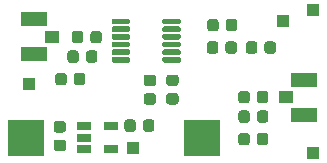
<source format=gts>
G04 #@! TF.GenerationSoftware,KiCad,Pcbnew,5.1.6+dfsg1-1~bpo9+1*
G04 #@! TF.CreationDate,2021-11-05T21:37:23+01:00*
G04 #@! TF.ProjectId,sdrtrx-plutoclk,73647274-7278-42d7-906c-75746f636c6b,rev?*
G04 #@! TF.SameCoordinates,Original*
G04 #@! TF.FileFunction,Soldermask,Top*
G04 #@! TF.FilePolarity,Negative*
%FSLAX46Y46*%
G04 Gerber Fmt 4.6, Leading zero omitted, Abs format (unit mm)*
G04 Created by KiCad (PCBNEW 5.1.6+dfsg1-1~bpo9+1) date 2021-11-05 21:37:23*
%MOMM*%
%LPD*%
G01*
G04 APERTURE LIST*
%ADD10R,1.100000X1.100000*%
%ADD11R,2.300000X1.150000*%
%ADD12R,1.150000X1.100000*%
%ADD13R,1.300000X0.750000*%
%ADD14R,3.100000X3.100000*%
G04 APERTURE END LIST*
D10*
X136842500Y-87757000D03*
D11*
X151385000Y-81964000D03*
D12*
X149860000Y-83439000D03*
D11*
X151385000Y-84914000D03*
X128524000Y-79785000D03*
D12*
X130049000Y-78310000D03*
D11*
X128524000Y-76835000D03*
D10*
X152082500Y-88138000D03*
X128079500Y-82359500D03*
D13*
X135008000Y-85918000D03*
X135008000Y-87818000D03*
X132708000Y-87818000D03*
X132708000Y-86868000D03*
X132708000Y-85918000D03*
G36*
G01*
X137714000Y-86133250D02*
X137714000Y-85570750D01*
G75*
G02*
X137957750Y-85327000I243750J0D01*
G01*
X138445250Y-85327000D01*
G75*
G02*
X138689000Y-85570750I0J-243750D01*
G01*
X138689000Y-86133250D01*
G75*
G02*
X138445250Y-86377000I-243750J0D01*
G01*
X137957750Y-86377000D01*
G75*
G02*
X137714000Y-86133250I0J243750D01*
G01*
G37*
G36*
G01*
X136139000Y-86133250D02*
X136139000Y-85570750D01*
G75*
G02*
X136382750Y-85327000I243750J0D01*
G01*
X136870250Y-85327000D01*
G75*
G02*
X137114000Y-85570750I0J-243750D01*
G01*
X137114000Y-86133250D01*
G75*
G02*
X136870250Y-86377000I-243750J0D01*
G01*
X136382750Y-86377000D01*
G75*
G02*
X136139000Y-86133250I0J243750D01*
G01*
G37*
G36*
G01*
X130401750Y-87041000D02*
X130964250Y-87041000D01*
G75*
G02*
X131208000Y-87284750I0J-243750D01*
G01*
X131208000Y-87772250D01*
G75*
G02*
X130964250Y-88016000I-243750J0D01*
G01*
X130401750Y-88016000D01*
G75*
G02*
X130158000Y-87772250I0J243750D01*
G01*
X130158000Y-87284750D01*
G75*
G02*
X130401750Y-87041000I243750J0D01*
G01*
G37*
G36*
G01*
X130401750Y-85466000D02*
X130964250Y-85466000D01*
G75*
G02*
X131208000Y-85709750I0J-243750D01*
G01*
X131208000Y-86197250D01*
G75*
G02*
X130964250Y-86441000I-243750J0D01*
G01*
X130401750Y-86441000D01*
G75*
G02*
X130158000Y-86197250I0J243750D01*
G01*
X130158000Y-85709750D01*
G75*
G02*
X130401750Y-85466000I243750J0D01*
G01*
G37*
G36*
G01*
X139926750Y-83104000D02*
X140489250Y-83104000D01*
G75*
G02*
X140733000Y-83347750I0J-243750D01*
G01*
X140733000Y-83835250D01*
G75*
G02*
X140489250Y-84079000I-243750J0D01*
G01*
X139926750Y-84079000D01*
G75*
G02*
X139683000Y-83835250I0J243750D01*
G01*
X139683000Y-83347750D01*
G75*
G02*
X139926750Y-83104000I243750J0D01*
G01*
G37*
G36*
G01*
X139926750Y-81529000D02*
X140489250Y-81529000D01*
G75*
G02*
X140733000Y-81772750I0J-243750D01*
G01*
X140733000Y-82260250D01*
G75*
G02*
X140489250Y-82504000I-243750J0D01*
G01*
X139926750Y-82504000D01*
G75*
G02*
X139683000Y-82260250I0J243750D01*
G01*
X139683000Y-81772750D01*
G75*
G02*
X139926750Y-81529000I243750J0D01*
G01*
G37*
G36*
G01*
X139362000Y-77161000D02*
X139362000Y-76911000D01*
G75*
G02*
X139487000Y-76786000I125000J0D01*
G01*
X140787000Y-76786000D01*
G75*
G02*
X140912000Y-76911000I0J-125000D01*
G01*
X140912000Y-77161000D01*
G75*
G02*
X140787000Y-77286000I-125000J0D01*
G01*
X139487000Y-77286000D01*
G75*
G02*
X139362000Y-77161000I0J125000D01*
G01*
G37*
G36*
G01*
X139362000Y-77811000D02*
X139362000Y-77561000D01*
G75*
G02*
X139487000Y-77436000I125000J0D01*
G01*
X140787000Y-77436000D01*
G75*
G02*
X140912000Y-77561000I0J-125000D01*
G01*
X140912000Y-77811000D01*
G75*
G02*
X140787000Y-77936000I-125000J0D01*
G01*
X139487000Y-77936000D01*
G75*
G02*
X139362000Y-77811000I0J125000D01*
G01*
G37*
G36*
G01*
X139362000Y-78461000D02*
X139362000Y-78211000D01*
G75*
G02*
X139487000Y-78086000I125000J0D01*
G01*
X140787000Y-78086000D01*
G75*
G02*
X140912000Y-78211000I0J-125000D01*
G01*
X140912000Y-78461000D01*
G75*
G02*
X140787000Y-78586000I-125000J0D01*
G01*
X139487000Y-78586000D01*
G75*
G02*
X139362000Y-78461000I0J125000D01*
G01*
G37*
G36*
G01*
X139362000Y-79111000D02*
X139362000Y-78861000D01*
G75*
G02*
X139487000Y-78736000I125000J0D01*
G01*
X140787000Y-78736000D01*
G75*
G02*
X140912000Y-78861000I0J-125000D01*
G01*
X140912000Y-79111000D01*
G75*
G02*
X140787000Y-79236000I-125000J0D01*
G01*
X139487000Y-79236000D01*
G75*
G02*
X139362000Y-79111000I0J125000D01*
G01*
G37*
G36*
G01*
X139362000Y-79761000D02*
X139362000Y-79511000D01*
G75*
G02*
X139487000Y-79386000I125000J0D01*
G01*
X140787000Y-79386000D01*
G75*
G02*
X140912000Y-79511000I0J-125000D01*
G01*
X140912000Y-79761000D01*
G75*
G02*
X140787000Y-79886000I-125000J0D01*
G01*
X139487000Y-79886000D01*
G75*
G02*
X139362000Y-79761000I0J125000D01*
G01*
G37*
G36*
G01*
X139362000Y-80411000D02*
X139362000Y-80161000D01*
G75*
G02*
X139487000Y-80036000I125000J0D01*
G01*
X140787000Y-80036000D01*
G75*
G02*
X140912000Y-80161000I0J-125000D01*
G01*
X140912000Y-80411000D01*
G75*
G02*
X140787000Y-80536000I-125000J0D01*
G01*
X139487000Y-80536000D01*
G75*
G02*
X139362000Y-80411000I0J125000D01*
G01*
G37*
G36*
G01*
X135062000Y-80411000D02*
X135062000Y-80161000D01*
G75*
G02*
X135187000Y-80036000I125000J0D01*
G01*
X136487000Y-80036000D01*
G75*
G02*
X136612000Y-80161000I0J-125000D01*
G01*
X136612000Y-80411000D01*
G75*
G02*
X136487000Y-80536000I-125000J0D01*
G01*
X135187000Y-80536000D01*
G75*
G02*
X135062000Y-80411000I0J125000D01*
G01*
G37*
G36*
G01*
X135062000Y-79761000D02*
X135062000Y-79511000D01*
G75*
G02*
X135187000Y-79386000I125000J0D01*
G01*
X136487000Y-79386000D01*
G75*
G02*
X136612000Y-79511000I0J-125000D01*
G01*
X136612000Y-79761000D01*
G75*
G02*
X136487000Y-79886000I-125000J0D01*
G01*
X135187000Y-79886000D01*
G75*
G02*
X135062000Y-79761000I0J125000D01*
G01*
G37*
G36*
G01*
X135062000Y-79111000D02*
X135062000Y-78861000D01*
G75*
G02*
X135187000Y-78736000I125000J0D01*
G01*
X136487000Y-78736000D01*
G75*
G02*
X136612000Y-78861000I0J-125000D01*
G01*
X136612000Y-79111000D01*
G75*
G02*
X136487000Y-79236000I-125000J0D01*
G01*
X135187000Y-79236000D01*
G75*
G02*
X135062000Y-79111000I0J125000D01*
G01*
G37*
G36*
G01*
X135062000Y-78461000D02*
X135062000Y-78211000D01*
G75*
G02*
X135187000Y-78086000I125000J0D01*
G01*
X136487000Y-78086000D01*
G75*
G02*
X136612000Y-78211000I0J-125000D01*
G01*
X136612000Y-78461000D01*
G75*
G02*
X136487000Y-78586000I-125000J0D01*
G01*
X135187000Y-78586000D01*
G75*
G02*
X135062000Y-78461000I0J125000D01*
G01*
G37*
G36*
G01*
X135062000Y-77811000D02*
X135062000Y-77561000D01*
G75*
G02*
X135187000Y-77436000I125000J0D01*
G01*
X136487000Y-77436000D01*
G75*
G02*
X136612000Y-77561000I0J-125000D01*
G01*
X136612000Y-77811000D01*
G75*
G02*
X136487000Y-77936000I-125000J0D01*
G01*
X135187000Y-77936000D01*
G75*
G02*
X135062000Y-77811000I0J125000D01*
G01*
G37*
G36*
G01*
X135062000Y-77161000D02*
X135062000Y-76911000D01*
G75*
G02*
X135187000Y-76786000I125000J0D01*
G01*
X136487000Y-76786000D01*
G75*
G02*
X136612000Y-76911000I0J-125000D01*
G01*
X136612000Y-77161000D01*
G75*
G02*
X136487000Y-77286000I-125000J0D01*
G01*
X135187000Y-77286000D01*
G75*
G02*
X135062000Y-77161000I0J125000D01*
G01*
G37*
G36*
G01*
X144124500Y-77061750D02*
X144124500Y-77624250D01*
G75*
G02*
X143880750Y-77868000I-243750J0D01*
G01*
X143393250Y-77868000D01*
G75*
G02*
X143149500Y-77624250I0J243750D01*
G01*
X143149500Y-77061750D01*
G75*
G02*
X143393250Y-76818000I243750J0D01*
G01*
X143880750Y-76818000D01*
G75*
G02*
X144124500Y-77061750I0J-243750D01*
G01*
G37*
G36*
G01*
X145699500Y-77061750D02*
X145699500Y-77624250D01*
G75*
G02*
X145455750Y-77868000I-243750J0D01*
G01*
X144968250Y-77868000D01*
G75*
G02*
X144724500Y-77624250I0J243750D01*
G01*
X144724500Y-77061750D01*
G75*
G02*
X144968250Y-76818000I243750J0D01*
G01*
X145455750Y-76818000D01*
G75*
G02*
X145699500Y-77061750I0J-243750D01*
G01*
G37*
G36*
G01*
X144099000Y-78966750D02*
X144099000Y-79529250D01*
G75*
G02*
X143855250Y-79773000I-243750J0D01*
G01*
X143367750Y-79773000D01*
G75*
G02*
X143124000Y-79529250I0J243750D01*
G01*
X143124000Y-78966750D01*
G75*
G02*
X143367750Y-78723000I243750J0D01*
G01*
X143855250Y-78723000D01*
G75*
G02*
X144099000Y-78966750I0J-243750D01*
G01*
G37*
G36*
G01*
X145674000Y-78966750D02*
X145674000Y-79529250D01*
G75*
G02*
X145430250Y-79773000I-243750J0D01*
G01*
X144942750Y-79773000D01*
G75*
G02*
X144699000Y-79529250I0J243750D01*
G01*
X144699000Y-78966750D01*
G75*
G02*
X144942750Y-78723000I243750J0D01*
G01*
X145430250Y-78723000D01*
G75*
G02*
X145674000Y-78966750I0J-243750D01*
G01*
G37*
G36*
G01*
X146766000Y-84808750D02*
X146766000Y-85371250D01*
G75*
G02*
X146522250Y-85615000I-243750J0D01*
G01*
X146034750Y-85615000D01*
G75*
G02*
X145791000Y-85371250I0J243750D01*
G01*
X145791000Y-84808750D01*
G75*
G02*
X146034750Y-84565000I243750J0D01*
G01*
X146522250Y-84565000D01*
G75*
G02*
X146766000Y-84808750I0J-243750D01*
G01*
G37*
G36*
G01*
X148341000Y-84808750D02*
X148341000Y-85371250D01*
G75*
G02*
X148097250Y-85615000I-243750J0D01*
G01*
X147609750Y-85615000D01*
G75*
G02*
X147366000Y-85371250I0J243750D01*
G01*
X147366000Y-84808750D01*
G75*
G02*
X147609750Y-84565000I243750J0D01*
G01*
X148097250Y-84565000D01*
G75*
G02*
X148341000Y-84808750I0J-243750D01*
G01*
G37*
G36*
G01*
X146766000Y-83157750D02*
X146766000Y-83720250D01*
G75*
G02*
X146522250Y-83964000I-243750J0D01*
G01*
X146034750Y-83964000D01*
G75*
G02*
X145791000Y-83720250I0J243750D01*
G01*
X145791000Y-83157750D01*
G75*
G02*
X146034750Y-82914000I243750J0D01*
G01*
X146522250Y-82914000D01*
G75*
G02*
X146766000Y-83157750I0J-243750D01*
G01*
G37*
G36*
G01*
X148341000Y-83157750D02*
X148341000Y-83720250D01*
G75*
G02*
X148097250Y-83964000I-243750J0D01*
G01*
X147609750Y-83964000D01*
G75*
G02*
X147366000Y-83720250I0J243750D01*
G01*
X147366000Y-83157750D01*
G75*
G02*
X147609750Y-82914000I243750J0D01*
G01*
X148097250Y-82914000D01*
G75*
G02*
X148341000Y-83157750I0J-243750D01*
G01*
G37*
G36*
G01*
X138584250Y-82504000D02*
X138021750Y-82504000D01*
G75*
G02*
X137778000Y-82260250I0J243750D01*
G01*
X137778000Y-81772750D01*
G75*
G02*
X138021750Y-81529000I243750J0D01*
G01*
X138584250Y-81529000D01*
G75*
G02*
X138828000Y-81772750I0J-243750D01*
G01*
X138828000Y-82260250D01*
G75*
G02*
X138584250Y-82504000I-243750J0D01*
G01*
G37*
G36*
G01*
X138584250Y-84079000D02*
X138021750Y-84079000D01*
G75*
G02*
X137778000Y-83835250I0J243750D01*
G01*
X137778000Y-83347750D01*
G75*
G02*
X138021750Y-83104000I243750J0D01*
G01*
X138584250Y-83104000D01*
G75*
G02*
X138828000Y-83347750I0J-243750D01*
G01*
X138828000Y-83835250D01*
G75*
G02*
X138584250Y-84079000I-243750J0D01*
G01*
G37*
G36*
G01*
X132888000Y-80291250D02*
X132888000Y-79728750D01*
G75*
G02*
X133131750Y-79485000I243750J0D01*
G01*
X133619250Y-79485000D01*
G75*
G02*
X133863000Y-79728750I0J-243750D01*
G01*
X133863000Y-80291250D01*
G75*
G02*
X133619250Y-80535000I-243750J0D01*
G01*
X133131750Y-80535000D01*
G75*
G02*
X132888000Y-80291250I0J243750D01*
G01*
G37*
G36*
G01*
X131313000Y-80291250D02*
X131313000Y-79728750D01*
G75*
G02*
X131556750Y-79485000I243750J0D01*
G01*
X132044250Y-79485000D01*
G75*
G02*
X132288000Y-79728750I0J-243750D01*
G01*
X132288000Y-80291250D01*
G75*
G02*
X132044250Y-80535000I-243750J0D01*
G01*
X131556750Y-80535000D01*
G75*
G02*
X131313000Y-80291250I0J243750D01*
G01*
G37*
D10*
X152146000Y-76073000D03*
D14*
X142748000Y-86868000D03*
X127825500Y-86931500D03*
D10*
X149542500Y-76962000D03*
G36*
G01*
X147401000Y-78966750D02*
X147401000Y-79529250D01*
G75*
G02*
X147157250Y-79773000I-243750J0D01*
G01*
X146669750Y-79773000D01*
G75*
G02*
X146426000Y-79529250I0J243750D01*
G01*
X146426000Y-78966750D01*
G75*
G02*
X146669750Y-78723000I243750J0D01*
G01*
X147157250Y-78723000D01*
G75*
G02*
X147401000Y-78966750I0J-243750D01*
G01*
G37*
G36*
G01*
X148976000Y-78966750D02*
X148976000Y-79529250D01*
G75*
G02*
X148732250Y-79773000I-243750J0D01*
G01*
X148244750Y-79773000D01*
G75*
G02*
X148001000Y-79529250I0J243750D01*
G01*
X148001000Y-78966750D01*
G75*
G02*
X148244750Y-78723000I243750J0D01*
G01*
X148732250Y-78723000D01*
G75*
G02*
X148976000Y-78966750I0J-243750D01*
G01*
G37*
G36*
G01*
X147366000Y-87276250D02*
X147366000Y-86713750D01*
G75*
G02*
X147609750Y-86470000I243750J0D01*
G01*
X148097250Y-86470000D01*
G75*
G02*
X148341000Y-86713750I0J-243750D01*
G01*
X148341000Y-87276250D01*
G75*
G02*
X148097250Y-87520000I-243750J0D01*
G01*
X147609750Y-87520000D01*
G75*
G02*
X147366000Y-87276250I0J243750D01*
G01*
G37*
G36*
G01*
X145791000Y-87276250D02*
X145791000Y-86713750D01*
G75*
G02*
X146034750Y-86470000I243750J0D01*
G01*
X146522250Y-86470000D01*
G75*
G02*
X146766000Y-86713750I0J-243750D01*
G01*
X146766000Y-87276250D01*
G75*
G02*
X146522250Y-87520000I-243750J0D01*
G01*
X146034750Y-87520000D01*
G75*
G02*
X145791000Y-87276250I0J243750D01*
G01*
G37*
G36*
G01*
X131272000Y-81633750D02*
X131272000Y-82196250D01*
G75*
G02*
X131028250Y-82440000I-243750J0D01*
G01*
X130540750Y-82440000D01*
G75*
G02*
X130297000Y-82196250I0J243750D01*
G01*
X130297000Y-81633750D01*
G75*
G02*
X130540750Y-81390000I243750J0D01*
G01*
X131028250Y-81390000D01*
G75*
G02*
X131272000Y-81633750I0J-243750D01*
G01*
G37*
G36*
G01*
X132847000Y-81633750D02*
X132847000Y-82196250D01*
G75*
G02*
X132603250Y-82440000I-243750J0D01*
G01*
X132115750Y-82440000D01*
G75*
G02*
X131872000Y-82196250I0J243750D01*
G01*
X131872000Y-81633750D01*
G75*
G02*
X132115750Y-81390000I243750J0D01*
G01*
X132603250Y-81390000D01*
G75*
G02*
X132847000Y-81633750I0J-243750D01*
G01*
G37*
G36*
G01*
X132669000Y-78077750D02*
X132669000Y-78640250D01*
G75*
G02*
X132425250Y-78884000I-243750J0D01*
G01*
X131937750Y-78884000D01*
G75*
G02*
X131694000Y-78640250I0J243750D01*
G01*
X131694000Y-78077750D01*
G75*
G02*
X131937750Y-77834000I243750J0D01*
G01*
X132425250Y-77834000D01*
G75*
G02*
X132669000Y-78077750I0J-243750D01*
G01*
G37*
G36*
G01*
X134244000Y-78077750D02*
X134244000Y-78640250D01*
G75*
G02*
X134000250Y-78884000I-243750J0D01*
G01*
X133512750Y-78884000D01*
G75*
G02*
X133269000Y-78640250I0J243750D01*
G01*
X133269000Y-78077750D01*
G75*
G02*
X133512750Y-77834000I243750J0D01*
G01*
X134000250Y-77834000D01*
G75*
G02*
X134244000Y-78077750I0J-243750D01*
G01*
G37*
M02*

</source>
